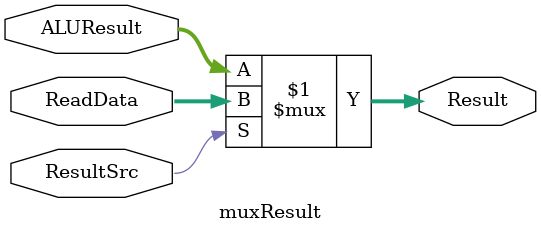
<source format=sv>
module muxResult #(
    parameter DATA_WIDTH = 32
) (
    input   logic [DATA_WIDTH-1:0]  ReadData,
    input   logic [DATA_WIDTH-1:0]  ALUResult,
    input   logic                   ResultSrc,
    output  logic [DATA_WIDTH-1:0]  Result
);


    assign Result = ResultSrc ? ReadData : ALUResult;

endmodule

</source>
